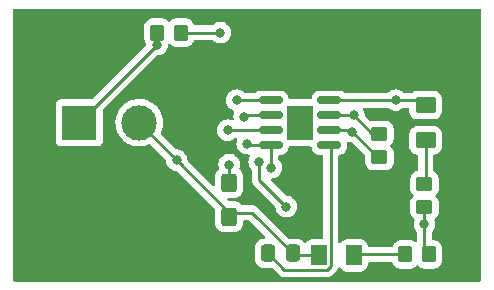
<source format=gbr>
%TF.GenerationSoftware,KiCad,Pcbnew,(6.0.10-0)*%
%TF.CreationDate,2023-02-17T12:23:12-08:00*%
%TF.ProjectId,exercise 4-2,65786572-6369-4736-9520-342d322e6b69,rev?*%
%TF.SameCoordinates,Original*%
%TF.FileFunction,Copper,L1,Top*%
%TF.FilePolarity,Positive*%
%FSLAX46Y46*%
G04 Gerber Fmt 4.6, Leading zero omitted, Abs format (unit mm)*
G04 Created by KiCad (PCBNEW (6.0.10-0)) date 2023-02-17 12:23:12*
%MOMM*%
%LPD*%
G01*
G04 APERTURE LIST*
G04 Aperture macros list*
%AMRoundRect*
0 Rectangle with rounded corners*
0 $1 Rounding radius*
0 $2 $3 $4 $5 $6 $7 $8 $9 X,Y pos of 4 corners*
0 Add a 4 corners polygon primitive as box body*
4,1,4,$2,$3,$4,$5,$6,$7,$8,$9,$2,$3,0*
0 Add four circle primitives for the rounded corners*
1,1,$1+$1,$2,$3*
1,1,$1+$1,$4,$5*
1,1,$1+$1,$6,$7*
1,1,$1+$1,$8,$9*
0 Add four rect primitives between the rounded corners*
20,1,$1+$1,$2,$3,$4,$5,0*
20,1,$1+$1,$4,$5,$6,$7,0*
20,1,$1+$1,$6,$7,$8,$9,0*
20,1,$1+$1,$8,$9,$2,$3,0*%
G04 Aperture macros list end*
%TA.AperFunction,SMDPad,CuDef*%
%ADD10RoundRect,0.250000X-0.337500X-0.475000X0.337500X-0.475000X0.337500X0.475000X-0.337500X0.475000X0*%
%TD*%
%TA.AperFunction,SMDPad,CuDef*%
%ADD11RoundRect,0.250000X0.350000X0.450000X-0.350000X0.450000X-0.350000X-0.450000X0.350000X-0.450000X0*%
%TD*%
%TA.AperFunction,SMDPad,CuDef*%
%ADD12RoundRect,0.250000X-0.350000X-0.450000X0.350000X-0.450000X0.350000X0.450000X-0.350000X0.450000X0*%
%TD*%
%TA.AperFunction,SMDPad,CuDef*%
%ADD13RoundRect,0.150000X-0.825000X-0.150000X0.825000X-0.150000X0.825000X0.150000X-0.825000X0.150000X0*%
%TD*%
%TA.AperFunction,SMDPad,CuDef*%
%ADD14R,2.290000X3.000000*%
%TD*%
%TA.AperFunction,SMDPad,CuDef*%
%ADD15RoundRect,0.250000X-0.425000X0.537500X-0.425000X-0.537500X0.425000X-0.537500X0.425000X0.537500X0*%
%TD*%
%TA.AperFunction,SMDPad,CuDef*%
%ADD16RoundRect,0.250001X-0.462499X-0.624999X0.462499X-0.624999X0.462499X0.624999X-0.462499X0.624999X0*%
%TD*%
%TA.AperFunction,SMDPad,CuDef*%
%ADD17RoundRect,0.250000X-0.450000X0.350000X-0.450000X-0.350000X0.450000X-0.350000X0.450000X0.350000X0*%
%TD*%
%TA.AperFunction,ComponentPad*%
%ADD18R,3.000000X3.000000*%
%TD*%
%TA.AperFunction,ComponentPad*%
%ADD19C,3.000000*%
%TD*%
%TA.AperFunction,SMDPad,CuDef*%
%ADD20RoundRect,0.250001X0.624999X-0.462499X0.624999X0.462499X-0.624999X0.462499X-0.624999X-0.462499X0*%
%TD*%
%TA.AperFunction,ViaPad*%
%ADD21C,0.800000*%
%TD*%
%TA.AperFunction,Conductor*%
%ADD22C,0.250000*%
%TD*%
G04 APERTURE END LIST*
D10*
%TO.P,C2,1*%
%TO.N,Net-(C2-Pad1)*%
X140448760Y-82180000D03*
%TO.P,C2,2*%
%TO.N,GND*%
X142523760Y-82180000D03*
%TD*%
D11*
%TO.P,R4,1*%
%TO.N,/pin_3*%
X154081192Y-82275000D03*
%TO.P,R4,2*%
%TO.N,Net-(D2-Pad2)*%
X152081192Y-82275000D03*
%TD*%
D12*
%TO.P,R1,1*%
%TO.N,+9V*%
X131080000Y-63500000D03*
%TO.P,R1,2*%
%TO.N,/pin_7*%
X133080000Y-63500000D03*
%TD*%
D13*
%TO.P,U1,1,GND*%
%TO.N,GND*%
X140682500Y-69215000D03*
%TO.P,U1,2,TR*%
%TO.N,/pin_2*%
X140682500Y-70485000D03*
%TO.P,U1,3,Q*%
%TO.N,/pin_3*%
X140682500Y-71755000D03*
%TO.P,U1,4,R*%
%TO.N,+9V*%
X140682500Y-73025000D03*
%TO.P,U1,5,CV*%
%TO.N,Net-(C2-Pad1)*%
X145632500Y-73025000D03*
%TO.P,U1,6,THR*%
%TO.N,/pin_2*%
X145632500Y-71755000D03*
%TO.P,U1,7,DIS*%
%TO.N,/pin_7*%
X145632500Y-70485000D03*
%TO.P,U1,8,VCC*%
%TO.N,+9V*%
X145632500Y-69215000D03*
D14*
%TO.P,U1,9*%
%TO.N,N/C*%
X143157500Y-71120000D03*
%TD*%
D15*
%TO.P,C1,1*%
%TO.N,/pin_2*%
X137160000Y-76200000D03*
%TO.P,C1,2*%
%TO.N,GND*%
X137160000Y-79075000D03*
%TD*%
D16*
%TO.P,D2,1,K*%
%TO.N,GND*%
X144727500Y-82360000D03*
%TO.P,D2,2,A*%
%TO.N,Net-(D2-Pad2)*%
X147702500Y-82360000D03*
%TD*%
D17*
%TO.P,R2,1*%
%TO.N,/pin_7*%
X149868808Y-72058808D03*
%TO.P,R2,2*%
%TO.N,/pin_2*%
X149868808Y-74058808D03*
%TD*%
D18*
%TO.P,J1,1,Pin_1*%
%TO.N,+9V*%
X124460000Y-71120000D03*
D19*
%TO.P,J1,2,Pin_2*%
%TO.N,GND*%
X129540000Y-71120000D03*
%TD*%
D20*
%TO.P,D1,1,K*%
%TO.N,Net-(D1-Pad1)*%
X153785000Y-72607500D03*
%TO.P,D1,2,A*%
%TO.N,+9V*%
X153785000Y-69632500D03*
%TD*%
D17*
%TO.P,R3,1*%
%TO.N,Net-(D1-Pad1)*%
X153690000Y-76285872D03*
%TO.P,R3,2*%
%TO.N,/pin_3*%
X153690000Y-78285872D03*
%TD*%
D21*
%TO.N,/pin_2*%
X139700000Y-74422000D03*
X141986000Y-78232000D03*
X137160000Y-74676000D03*
X138430000Y-70612000D03*
X147574000Y-71882000D03*
%TO.N,GND*%
X132715000Y-74295000D03*
X137795000Y-69215000D03*
%TO.N,+9V*%
X138684000Y-72898000D03*
X151257000Y-69215000D03*
X131064000Y-64516000D03*
X140716000Y-74930000D03*
%TO.N,/pin_7*%
X136398000Y-63500000D03*
X147701000Y-70485000D03*
%TO.N,/pin_3*%
X137033000Y-71755000D03*
X153690000Y-79736000D03*
%TD*%
D22*
%TO.N,/pin_2*%
X138557000Y-70485000D02*
X138430000Y-70612000D01*
X137160000Y-76200000D02*
X137160000Y-74676000D01*
X147574000Y-71882000D02*
X147447000Y-71755000D01*
X149750808Y-74058808D02*
X147574000Y-71882000D01*
X147447000Y-71755000D02*
X145632500Y-71755000D01*
X139700000Y-75946000D02*
X139700000Y-74422000D01*
X140682500Y-70485000D02*
X138557000Y-70485000D01*
X141986000Y-78232000D02*
X139700000Y-75946000D01*
X149868808Y-74058808D02*
X149750808Y-74058808D01*
%TO.N,GND*%
X132715000Y-74295000D02*
X137160000Y-78740000D01*
X140682500Y-69215000D02*
X137795000Y-69215000D01*
X144727500Y-82360000D02*
X142703760Y-82360000D01*
X129540000Y-71120000D02*
X132715000Y-74295000D01*
X139083760Y-78740000D02*
X142523760Y-82180000D01*
X137160000Y-78740000D02*
X139083760Y-78740000D01*
X142703760Y-82360000D02*
X142523760Y-82180000D01*
%TO.N,Net-(C2-Pad1)*%
X141828760Y-83560000D02*
X145428172Y-83560000D01*
X145428172Y-83560000D02*
X145765000Y-83223172D01*
X145765000Y-73157500D02*
X145632500Y-73025000D01*
X140448760Y-82180000D02*
X141828760Y-83560000D01*
X145765000Y-83223172D02*
X145765000Y-73157500D01*
%TO.N,Net-(D1-Pad1)*%
X153785000Y-76190872D02*
X153785000Y-72607500D01*
X153690000Y-76285872D02*
X153785000Y-76190872D01*
%TO.N,+9V*%
X131064000Y-64516000D02*
X131080000Y-64500000D01*
X124460000Y-71120000D02*
X131064000Y-64516000D01*
X153367500Y-69215000D02*
X151257000Y-69215000D01*
X140682500Y-74896500D02*
X140716000Y-74930000D01*
X138684000Y-72898000D02*
X138811000Y-73025000D01*
X153785000Y-69632500D02*
X153367500Y-69215000D01*
X131080000Y-64500000D02*
X131080000Y-63500000D01*
X140682500Y-73025000D02*
X140682500Y-74896500D01*
X151257000Y-69215000D02*
X145632500Y-69215000D01*
X140682500Y-73025000D02*
X138811000Y-73025000D01*
%TO.N,Net-(D2-Pad2)*%
X147702500Y-82360000D02*
X147787500Y-82275000D01*
X147787500Y-82275000D02*
X152081192Y-82275000D01*
%TO.N,/pin_7*%
X147701000Y-70485000D02*
X145632500Y-70485000D01*
X133080000Y-63500000D02*
X136398000Y-63500000D01*
X149274808Y-72058808D02*
X147701000Y-70485000D01*
X149868808Y-72058808D02*
X149274808Y-72058808D01*
%TO.N,/pin_3*%
X153690000Y-79736000D02*
X153690000Y-78285872D01*
X140682500Y-71755000D02*
X137033000Y-71755000D01*
X154081192Y-82275000D02*
X153690000Y-81883808D01*
X153690000Y-81883808D02*
X153690000Y-79736000D01*
%TD*%
%TA.AperFunction,NonConductor*%
G36*
X158437621Y-61488502D02*
G01*
X158484114Y-61542158D01*
X158495500Y-61594500D01*
X158495500Y-84455500D01*
X158475498Y-84523621D01*
X158421842Y-84570114D01*
X158369500Y-84581500D01*
X118998500Y-84581500D01*
X118930379Y-84561498D01*
X118883886Y-84507842D01*
X118872500Y-84455500D01*
X118872500Y-72668134D01*
X122451500Y-72668134D01*
X122458255Y-72730316D01*
X122509385Y-72866705D01*
X122596739Y-72983261D01*
X122713295Y-73070615D01*
X122849684Y-73121745D01*
X122911866Y-73128500D01*
X126008134Y-73128500D01*
X126070316Y-73121745D01*
X126206705Y-73070615D01*
X126323261Y-72983261D01*
X126410615Y-72866705D01*
X126461745Y-72730316D01*
X126468500Y-72668134D01*
X126468500Y-71098918D01*
X127526917Y-71098918D01*
X127542682Y-71372320D01*
X127543507Y-71376525D01*
X127543508Y-71376533D01*
X127559355Y-71457306D01*
X127595405Y-71641053D01*
X127596792Y-71645103D01*
X127596793Y-71645108D01*
X127659825Y-71829209D01*
X127684112Y-71900144D01*
X127807160Y-72144799D01*
X127809586Y-72148328D01*
X127809589Y-72148334D01*
X127959843Y-72366953D01*
X127962274Y-72370490D01*
X128146582Y-72573043D01*
X128356675Y-72748707D01*
X128360316Y-72750991D01*
X128585024Y-72891951D01*
X128585028Y-72891953D01*
X128588664Y-72894234D01*
X128699539Y-72944296D01*
X128834345Y-73005164D01*
X128834349Y-73005166D01*
X128838257Y-73006930D01*
X128842377Y-73008150D01*
X128842376Y-73008150D01*
X129096723Y-73083491D01*
X129096727Y-73083492D01*
X129100836Y-73084709D01*
X129105070Y-73085357D01*
X129105075Y-73085358D01*
X129367298Y-73125483D01*
X129367300Y-73125483D01*
X129371540Y-73126132D01*
X129510912Y-73128322D01*
X129641071Y-73130367D01*
X129641077Y-73130367D01*
X129645362Y-73130434D01*
X129917235Y-73097534D01*
X130182127Y-73028041D01*
X130365984Y-72951885D01*
X130436571Y-72944296D01*
X130503295Y-72979199D01*
X131767878Y-74243783D01*
X131801904Y-74306095D01*
X131804093Y-74319708D01*
X131818417Y-74455991D01*
X131821458Y-74484928D01*
X131880473Y-74666556D01*
X131883776Y-74672278D01*
X131883777Y-74672279D01*
X131889716Y-74682565D01*
X131975960Y-74831944D01*
X131980378Y-74836851D01*
X131980379Y-74836852D01*
X132026729Y-74888329D01*
X132103747Y-74973866D01*
X132178026Y-75027833D01*
X132227836Y-75064022D01*
X132258248Y-75086118D01*
X132264276Y-75088802D01*
X132264278Y-75088803D01*
X132426681Y-75161109D01*
X132432712Y-75163794D01*
X132522970Y-75182979D01*
X132613056Y-75202128D01*
X132613061Y-75202128D01*
X132619513Y-75203500D01*
X132675406Y-75203500D01*
X132743527Y-75223502D01*
X132764501Y-75240405D01*
X135939595Y-78415499D01*
X135973621Y-78477811D01*
X135976500Y-78504594D01*
X135976500Y-79662900D01*
X135976837Y-79666146D01*
X135976837Y-79666150D01*
X135984766Y-79742565D01*
X135987474Y-79768666D01*
X136043450Y-79936446D01*
X136136522Y-80086848D01*
X136261697Y-80211805D01*
X136267927Y-80215645D01*
X136267928Y-80215646D01*
X136405090Y-80300194D01*
X136412262Y-80304615D01*
X136492005Y-80331064D01*
X136573611Y-80358132D01*
X136573613Y-80358132D01*
X136580139Y-80360297D01*
X136586975Y-80360997D01*
X136586978Y-80360998D01*
X136630031Y-80365409D01*
X136684600Y-80371000D01*
X137635400Y-80371000D01*
X137638646Y-80370663D01*
X137638650Y-80370663D01*
X137734308Y-80360738D01*
X137734312Y-80360737D01*
X137741166Y-80360026D01*
X137747702Y-80357845D01*
X137747704Y-80357845D01*
X137879806Y-80313772D01*
X137908946Y-80304050D01*
X138059348Y-80210978D01*
X138184305Y-80085803D01*
X138277115Y-79935238D01*
X138332797Y-79767361D01*
X138343500Y-79662900D01*
X138343500Y-79499500D01*
X138363502Y-79431379D01*
X138417158Y-79384886D01*
X138469500Y-79373500D01*
X138769166Y-79373500D01*
X138837287Y-79393502D01*
X138858261Y-79410405D01*
X140179261Y-80731405D01*
X140213287Y-80793717D01*
X140208222Y-80864532D01*
X140165675Y-80921368D01*
X140099155Y-80946179D01*
X140090166Y-80946500D01*
X140060860Y-80946500D01*
X140057614Y-80946837D01*
X140057610Y-80946837D01*
X139961952Y-80956762D01*
X139961948Y-80956763D01*
X139955094Y-80957474D01*
X139948558Y-80959655D01*
X139948556Y-80959655D01*
X139816454Y-81003728D01*
X139787314Y-81013450D01*
X139636912Y-81106522D01*
X139511955Y-81231697D01*
X139508115Y-81237927D01*
X139508114Y-81237928D01*
X139437986Y-81351697D01*
X139419145Y-81382262D01*
X139363463Y-81550139D01*
X139352760Y-81654600D01*
X139352760Y-82705400D01*
X139353097Y-82708646D01*
X139353097Y-82708650D01*
X139360355Y-82778598D01*
X139363734Y-82811166D01*
X139365915Y-82817702D01*
X139365915Y-82817704D01*
X139409988Y-82949806D01*
X139419710Y-82978946D01*
X139512782Y-83129348D01*
X139637957Y-83254305D01*
X139644187Y-83258145D01*
X139644188Y-83258146D01*
X139757749Y-83328146D01*
X139788522Y-83347115D01*
X139868265Y-83373564D01*
X139949871Y-83400632D01*
X139949873Y-83400632D01*
X139956399Y-83402797D01*
X139963235Y-83403497D01*
X139963238Y-83403498D01*
X140006291Y-83407909D01*
X140060860Y-83413500D01*
X140734166Y-83413500D01*
X140802287Y-83433502D01*
X140823261Y-83450405D01*
X141325103Y-83952247D01*
X141332647Y-83960537D01*
X141336760Y-83967018D01*
X141342537Y-83972443D01*
X141386427Y-84013658D01*
X141389269Y-84016413D01*
X141408991Y-84036135D01*
X141412133Y-84038572D01*
X141412193Y-84038619D01*
X141421205Y-84046317D01*
X141434640Y-84058933D01*
X141453439Y-84076586D01*
X141460382Y-84080403D01*
X141471191Y-84086345D01*
X141487713Y-84097198D01*
X141503719Y-84109614D01*
X141510997Y-84112764D01*
X141510998Y-84112764D01*
X141544297Y-84127174D01*
X141554947Y-84132391D01*
X141593700Y-84153695D01*
X141601375Y-84155666D01*
X141601376Y-84155666D01*
X141613322Y-84158733D01*
X141632027Y-84165137D01*
X141650615Y-84173181D01*
X141658438Y-84174420D01*
X141658448Y-84174423D01*
X141694284Y-84180099D01*
X141705904Y-84182505D01*
X141737719Y-84190673D01*
X141748730Y-84193500D01*
X141768984Y-84193500D01*
X141788694Y-84195051D01*
X141808703Y-84198220D01*
X141816595Y-84197474D01*
X141835340Y-84195702D01*
X141852722Y-84194059D01*
X141864579Y-84193500D01*
X145349405Y-84193500D01*
X145360588Y-84194027D01*
X145368081Y-84195702D01*
X145376007Y-84195453D01*
X145376008Y-84195453D01*
X145436158Y-84193562D01*
X145440117Y-84193500D01*
X145468028Y-84193500D01*
X145471963Y-84193003D01*
X145472028Y-84192995D01*
X145483865Y-84192062D01*
X145516123Y-84191048D01*
X145520142Y-84190922D01*
X145528061Y-84190673D01*
X145547515Y-84185021D01*
X145566872Y-84181013D01*
X145579102Y-84179468D01*
X145579103Y-84179468D01*
X145586969Y-84178474D01*
X145594340Y-84175555D01*
X145594342Y-84175555D01*
X145628084Y-84162196D01*
X145639314Y-84158351D01*
X145674155Y-84148229D01*
X145674156Y-84148229D01*
X145681765Y-84146018D01*
X145688584Y-84141985D01*
X145688589Y-84141983D01*
X145699200Y-84135707D01*
X145716948Y-84127012D01*
X145735789Y-84119552D01*
X145771559Y-84093564D01*
X145781479Y-84087048D01*
X145808342Y-84071161D01*
X145819534Y-84064542D01*
X145825141Y-84058936D01*
X145833857Y-84050220D01*
X145848891Y-84037379D01*
X145858867Y-84030131D01*
X145858868Y-84030130D01*
X145865279Y-84025472D01*
X145893460Y-83991407D01*
X145901450Y-83982626D01*
X146157258Y-83726819D01*
X146165537Y-83719285D01*
X146172018Y-83715172D01*
X146218645Y-83665519D01*
X146221399Y-83662678D01*
X146241135Y-83642942D01*
X146243615Y-83639745D01*
X146251320Y-83630723D01*
X146276159Y-83604272D01*
X146281586Y-83598493D01*
X146285405Y-83591547D01*
X146285407Y-83591544D01*
X146291348Y-83580738D01*
X146302199Y-83564219D01*
X146309758Y-83554473D01*
X146314614Y-83548213D01*
X146317759Y-83540944D01*
X146317762Y-83540940D01*
X146332174Y-83507635D01*
X146337391Y-83496985D01*
X146358695Y-83458232D01*
X146363733Y-83438609D01*
X146370137Y-83419905D01*
X146370348Y-83419419D01*
X146375954Y-83406464D01*
X146421364Y-83351891D01*
X146489071Y-83330531D01*
X146557578Y-83349167D01*
X146598732Y-83390200D01*
X146641522Y-83459348D01*
X146766697Y-83584305D01*
X146772927Y-83588145D01*
X146772928Y-83588146D01*
X146910090Y-83672694D01*
X146917262Y-83677115D01*
X146997005Y-83703564D01*
X147078611Y-83730632D01*
X147078613Y-83730632D01*
X147085139Y-83732797D01*
X147091975Y-83733497D01*
X147091978Y-83733498D01*
X147135031Y-83737909D01*
X147189600Y-83743500D01*
X148215400Y-83743500D01*
X148218646Y-83743163D01*
X148218650Y-83743163D01*
X148314307Y-83733238D01*
X148314311Y-83733237D01*
X148321165Y-83732526D01*
X148327701Y-83730345D01*
X148327703Y-83730345D01*
X148459805Y-83686272D01*
X148488945Y-83676550D01*
X148639348Y-83583478D01*
X148668303Y-83554473D01*
X148759134Y-83463483D01*
X148764305Y-83458303D01*
X148769080Y-83450556D01*
X148853275Y-83313968D01*
X148853276Y-83313966D01*
X148857115Y-83307738D01*
X148895132Y-83193120D01*
X148910632Y-83146389D01*
X148910632Y-83146387D01*
X148912797Y-83139861D01*
X148923500Y-83035400D01*
X148923500Y-83032181D01*
X148923664Y-83028972D01*
X148925102Y-83029045D01*
X148943502Y-82966379D01*
X148997158Y-82919886D01*
X149049500Y-82908500D01*
X150901995Y-82908500D01*
X150970116Y-82928502D01*
X151016609Y-82982158D01*
X151021518Y-82994623D01*
X151036190Y-83038598D01*
X151039642Y-83048946D01*
X151132714Y-83199348D01*
X151257889Y-83324305D01*
X151264119Y-83328145D01*
X151264120Y-83328146D01*
X151401282Y-83412694D01*
X151408454Y-83417115D01*
X151457860Y-83433502D01*
X151569803Y-83470632D01*
X151569805Y-83470632D01*
X151576331Y-83472797D01*
X151583167Y-83473497D01*
X151583170Y-83473498D01*
X151626223Y-83477909D01*
X151680792Y-83483500D01*
X152481592Y-83483500D01*
X152484838Y-83483163D01*
X152484842Y-83483163D01*
X152580500Y-83473238D01*
X152580504Y-83473237D01*
X152587358Y-83472526D01*
X152593894Y-83470345D01*
X152593896Y-83470345D01*
X152745082Y-83419905D01*
X152755138Y-83416550D01*
X152905540Y-83323478D01*
X152991976Y-83236891D01*
X153054258Y-83202812D01*
X153125078Y-83207815D01*
X153170167Y-83236736D01*
X153234334Y-83300791D01*
X153257889Y-83324305D01*
X153264119Y-83328145D01*
X153264120Y-83328146D01*
X153401282Y-83412694D01*
X153408454Y-83417115D01*
X153457860Y-83433502D01*
X153569803Y-83470632D01*
X153569805Y-83470632D01*
X153576331Y-83472797D01*
X153583167Y-83473497D01*
X153583170Y-83473498D01*
X153626223Y-83477909D01*
X153680792Y-83483500D01*
X154481592Y-83483500D01*
X154484838Y-83483163D01*
X154484842Y-83483163D01*
X154580500Y-83473238D01*
X154580504Y-83473237D01*
X154587358Y-83472526D01*
X154593894Y-83470345D01*
X154593896Y-83470345D01*
X154745082Y-83419905D01*
X154755138Y-83416550D01*
X154905540Y-83323478D01*
X154928188Y-83300791D01*
X155025326Y-83203483D01*
X155030497Y-83198303D01*
X155034338Y-83192072D01*
X155119467Y-83053968D01*
X155119468Y-83053966D01*
X155123307Y-83047738D01*
X155162856Y-82928502D01*
X155176824Y-82886389D01*
X155176824Y-82886387D01*
X155178989Y-82879861D01*
X155189692Y-82775400D01*
X155189692Y-81774600D01*
X155178718Y-81668834D01*
X155175043Y-81657817D01*
X155125060Y-81508002D01*
X155122742Y-81501054D01*
X155029670Y-81350652D01*
X154904495Y-81225695D01*
X154892706Y-81218428D01*
X154760160Y-81136725D01*
X154760158Y-81136724D01*
X154753930Y-81132885D01*
X154660374Y-81101854D01*
X154592581Y-81079368D01*
X154592579Y-81079368D01*
X154586053Y-81077203D01*
X154579217Y-81076503D01*
X154579214Y-81076502D01*
X154536161Y-81072091D01*
X154481592Y-81066500D01*
X154449500Y-81066500D01*
X154381379Y-81046498D01*
X154334886Y-80992842D01*
X154323500Y-80940500D01*
X154323500Y-80438524D01*
X154343502Y-80370403D01*
X154355858Y-80354221D01*
X154429040Y-80272944D01*
X154524527Y-80107556D01*
X154583542Y-79925928D01*
X154603504Y-79736000D01*
X154583542Y-79546072D01*
X154534927Y-79396452D01*
X154532899Y-79325485D01*
X154569562Y-79264687D01*
X154588457Y-79250372D01*
X154608120Y-79238204D01*
X154614348Y-79234350D01*
X154739305Y-79109175D01*
X154743146Y-79102944D01*
X154828275Y-78964840D01*
X154828276Y-78964838D01*
X154832115Y-78958610D01*
X154887797Y-78790733D01*
X154890030Y-78768944D01*
X154898172Y-78689470D01*
X154898500Y-78686272D01*
X154898500Y-77885472D01*
X154898163Y-77882222D01*
X154888238Y-77786564D01*
X154888237Y-77786560D01*
X154887526Y-77779706D01*
X154864636Y-77711095D01*
X154833868Y-77618874D01*
X154831550Y-77611926D01*
X154738478Y-77461524D01*
X154651891Y-77375088D01*
X154617812Y-77312806D01*
X154622815Y-77241986D01*
X154651736Y-77196897D01*
X154734134Y-77114355D01*
X154739305Y-77109175D01*
X154765630Y-77066468D01*
X154828275Y-76964840D01*
X154828276Y-76964838D01*
X154832115Y-76958610D01*
X154887797Y-76790733D01*
X154898500Y-76686272D01*
X154898500Y-75885472D01*
X154893660Y-75838821D01*
X154888238Y-75786564D01*
X154888237Y-75786560D01*
X154887526Y-75779706D01*
X154867980Y-75721118D01*
X154833868Y-75618874D01*
X154831550Y-75611926D01*
X154738478Y-75461524D01*
X154613303Y-75336567D01*
X154606420Y-75332324D01*
X154478384Y-75253401D01*
X154430890Y-75200628D01*
X154418500Y-75146141D01*
X154418500Y-73946450D01*
X154438502Y-73878329D01*
X154492158Y-73831836D01*
X154531496Y-73821123D01*
X154537780Y-73820471D01*
X154559306Y-73818238D01*
X154559309Y-73818237D01*
X154566165Y-73817526D01*
X154572701Y-73815345D01*
X154572703Y-73815345D01*
X154718227Y-73766794D01*
X154733945Y-73761550D01*
X154884348Y-73668478D01*
X155009305Y-73543303D01*
X155069637Y-73445427D01*
X155098275Y-73398968D01*
X155098276Y-73398966D01*
X155102115Y-73392738D01*
X155142022Y-73272421D01*
X155155632Y-73231389D01*
X155155632Y-73231387D01*
X155157797Y-73224861D01*
X155168500Y-73120400D01*
X155168500Y-72094600D01*
X155167569Y-72085625D01*
X155158238Y-71995693D01*
X155158237Y-71995689D01*
X155157526Y-71988835D01*
X155142878Y-71944928D01*
X155103868Y-71828003D01*
X155101550Y-71821055D01*
X155008478Y-71670652D01*
X154883303Y-71545695D01*
X154877072Y-71541854D01*
X154738968Y-71456725D01*
X154738966Y-71456724D01*
X154732738Y-71452885D01*
X154572254Y-71399655D01*
X154571389Y-71399368D01*
X154571387Y-71399368D01*
X154564861Y-71397203D01*
X154558025Y-71396503D01*
X154558022Y-71396502D01*
X154512225Y-71391810D01*
X154460400Y-71386500D01*
X153109600Y-71386500D01*
X153106354Y-71386837D01*
X153106350Y-71386837D01*
X153010693Y-71396762D01*
X153010689Y-71396763D01*
X153003835Y-71397474D01*
X152997299Y-71399655D01*
X152997297Y-71399655D01*
X152904374Y-71430657D01*
X152836055Y-71453450D01*
X152685652Y-71546522D01*
X152560695Y-71671697D01*
X152467885Y-71822262D01*
X152465581Y-71829209D01*
X152429376Y-71938365D01*
X152412203Y-71990139D01*
X152401500Y-72094600D01*
X152401500Y-73120400D01*
X152401837Y-73123646D01*
X152401837Y-73123650D01*
X152407505Y-73178273D01*
X152412474Y-73226165D01*
X152414655Y-73232701D01*
X152414655Y-73232703D01*
X152453654Y-73349595D01*
X152468450Y-73393945D01*
X152561522Y-73544348D01*
X152566704Y-73549521D01*
X152599046Y-73581807D01*
X152686697Y-73669305D01*
X152692927Y-73673145D01*
X152692928Y-73673146D01*
X152830090Y-73757694D01*
X152837262Y-73762115D01*
X152857634Y-73768872D01*
X152998611Y-73815632D01*
X152998613Y-73815632D01*
X153005139Y-73817797D01*
X153011977Y-73818498D01*
X153011979Y-73818498D01*
X153038342Y-73821199D01*
X153104070Y-73848040D01*
X153144852Y-73906155D01*
X153151500Y-73946543D01*
X153151500Y-75074980D01*
X153131498Y-75143101D01*
X153077842Y-75189594D01*
X153065376Y-75194504D01*
X153047020Y-75200628D01*
X152916054Y-75244322D01*
X152765652Y-75337394D01*
X152640695Y-75462569D01*
X152547885Y-75613134D01*
X152545581Y-75620081D01*
X152512069Y-75721118D01*
X152492203Y-75781011D01*
X152481500Y-75885472D01*
X152481500Y-76686272D01*
X152481837Y-76689518D01*
X152481837Y-76689522D01*
X152491711Y-76784683D01*
X152492474Y-76792038D01*
X152548450Y-76959818D01*
X152641522Y-77110220D01*
X152646704Y-77115393D01*
X152728109Y-77196656D01*
X152762188Y-77258938D01*
X152757185Y-77329758D01*
X152728264Y-77374847D01*
X152678005Y-77425194D01*
X152640695Y-77462569D01*
X152636855Y-77468799D01*
X152636854Y-77468800D01*
X152584870Y-77553134D01*
X152547885Y-77613134D01*
X152492203Y-77781011D01*
X152491503Y-77787847D01*
X152491502Y-77787850D01*
X152487091Y-77830903D01*
X152481500Y-77885472D01*
X152481500Y-78686272D01*
X152481837Y-78689518D01*
X152481837Y-78689522D01*
X152490078Y-78768944D01*
X152492474Y-78792038D01*
X152548450Y-78959818D01*
X152641522Y-79110220D01*
X152766697Y-79235177D01*
X152772929Y-79239019D01*
X152772931Y-79239020D01*
X152791324Y-79250358D01*
X152838817Y-79303130D01*
X152850239Y-79373202D01*
X152845040Y-79396553D01*
X152796458Y-79546072D01*
X152776496Y-79736000D01*
X152796458Y-79925928D01*
X152855473Y-80107556D01*
X152950960Y-80272944D01*
X153024137Y-80354215D01*
X153054853Y-80418221D01*
X153056500Y-80438524D01*
X153056500Y-81093710D01*
X153036498Y-81161831D01*
X152982842Y-81208324D01*
X152912568Y-81218428D01*
X152864384Y-81200970D01*
X152760160Y-81136725D01*
X152760158Y-81136724D01*
X152753930Y-81132885D01*
X152660374Y-81101854D01*
X152592581Y-81079368D01*
X152592579Y-81079368D01*
X152586053Y-81077203D01*
X152579217Y-81076503D01*
X152579214Y-81076502D01*
X152536161Y-81072091D01*
X152481592Y-81066500D01*
X151680792Y-81066500D01*
X151677546Y-81066837D01*
X151677542Y-81066837D01*
X151581884Y-81076762D01*
X151581880Y-81076763D01*
X151575026Y-81077474D01*
X151568490Y-81079655D01*
X151568488Y-81079655D01*
X151436386Y-81123728D01*
X151407246Y-81133450D01*
X151256844Y-81226522D01*
X151251671Y-81231704D01*
X151190031Y-81293451D01*
X151131887Y-81351697D01*
X151128047Y-81357927D01*
X151128046Y-81357928D01*
X151116887Y-81376032D01*
X151039077Y-81502262D01*
X151025362Y-81543611D01*
X151021529Y-81555168D01*
X150981098Y-81613527D01*
X150915534Y-81640764D01*
X150901936Y-81641500D01*
X149024223Y-81641500D01*
X148956102Y-81621498D01*
X148909609Y-81567842D01*
X148904699Y-81555376D01*
X148884901Y-81496032D01*
X148856550Y-81411055D01*
X148763478Y-81260652D01*
X148734480Y-81231704D01*
X148643483Y-81140866D01*
X148638303Y-81135695D01*
X148632072Y-81131854D01*
X148493968Y-81046725D01*
X148493966Y-81046724D01*
X148487738Y-81042885D01*
X148390344Y-81010581D01*
X148326389Y-80989368D01*
X148326387Y-80989368D01*
X148319861Y-80987203D01*
X148313025Y-80986503D01*
X148313022Y-80986502D01*
X148269969Y-80982091D01*
X148215400Y-80976500D01*
X147189600Y-80976500D01*
X147186354Y-80976837D01*
X147186350Y-80976837D01*
X147090693Y-80986762D01*
X147090689Y-80986763D01*
X147083835Y-80987474D01*
X147077299Y-80989655D01*
X147077297Y-80989655D01*
X146996159Y-81016725D01*
X146916055Y-81043450D01*
X146765652Y-81136522D01*
X146640695Y-81261697D01*
X146636853Y-81267929D01*
X146636852Y-81267931D01*
X146631759Y-81276193D01*
X146578987Y-81323686D01*
X146508915Y-81335108D01*
X146443792Y-81306834D01*
X146404292Y-81247840D01*
X146398500Y-81210076D01*
X146398500Y-73959480D01*
X146418502Y-73891359D01*
X146472158Y-73844866D01*
X146519565Y-73833577D01*
X146521530Y-73833500D01*
X146524002Y-73833500D01*
X146526453Y-73833307D01*
X146526455Y-73833307D01*
X146554921Y-73831067D01*
X146554926Y-73831066D01*
X146561331Y-73830562D01*
X146661269Y-73801528D01*
X146713488Y-73786357D01*
X146713490Y-73786356D01*
X146721101Y-73784145D01*
X146790447Y-73743134D01*
X146857480Y-73703491D01*
X146857483Y-73703489D01*
X146864307Y-73699453D01*
X146981953Y-73581807D01*
X146985989Y-73574983D01*
X146985991Y-73574980D01*
X147062608Y-73445427D01*
X147066645Y-73438601D01*
X147113062Y-73278831D01*
X147116000Y-73241502D01*
X147116000Y-72866400D01*
X147136002Y-72798279D01*
X147189658Y-72751786D01*
X147259932Y-72741682D01*
X147280939Y-72746568D01*
X147285681Y-72748109D01*
X147291712Y-72750794D01*
X147298168Y-72752166D01*
X147298167Y-72752166D01*
X147472056Y-72789128D01*
X147472061Y-72789128D01*
X147478513Y-72790500D01*
X147534406Y-72790500D01*
X147602527Y-72810502D01*
X147623501Y-72827405D01*
X148623403Y-73827307D01*
X148657429Y-73889619D01*
X148660308Y-73916402D01*
X148660308Y-74459208D01*
X148660645Y-74462454D01*
X148660645Y-74462458D01*
X148670011Y-74552721D01*
X148671282Y-74564974D01*
X148673463Y-74571510D01*
X148673463Y-74571512D01*
X148706133Y-74669435D01*
X148727258Y-74732754D01*
X148820330Y-74883156D01*
X148945505Y-75008113D01*
X148951735Y-75011953D01*
X148951736Y-75011954D01*
X149088898Y-75096502D01*
X149096070Y-75100923D01*
X149133582Y-75113365D01*
X149257419Y-75154440D01*
X149257421Y-75154440D01*
X149263947Y-75156605D01*
X149270783Y-75157305D01*
X149270786Y-75157306D01*
X149307906Y-75161109D01*
X149368408Y-75167308D01*
X150369208Y-75167308D01*
X150372454Y-75166971D01*
X150372458Y-75166971D01*
X150468116Y-75157046D01*
X150468120Y-75157045D01*
X150474974Y-75156334D01*
X150481510Y-75154153D01*
X150481512Y-75154153D01*
X150631175Y-75104221D01*
X150642754Y-75100358D01*
X150793156Y-75007286D01*
X150918113Y-74882111D01*
X150924214Y-74872214D01*
X151007083Y-74737776D01*
X151007084Y-74737774D01*
X151010923Y-74731546D01*
X151066605Y-74563669D01*
X151077308Y-74459208D01*
X151077308Y-73658408D01*
X151076971Y-73655158D01*
X151067046Y-73559500D01*
X151067045Y-73559496D01*
X151066334Y-73552642D01*
X151063219Y-73543303D01*
X151012676Y-73391810D01*
X151010358Y-73384862D01*
X150917286Y-73234460D01*
X150830699Y-73148024D01*
X150796620Y-73085742D01*
X150801623Y-73014922D01*
X150830544Y-72969833D01*
X150912942Y-72887291D01*
X150918113Y-72882111D01*
X150923180Y-72873891D01*
X151007083Y-72737776D01*
X151007084Y-72737774D01*
X151010923Y-72731546D01*
X151040283Y-72643029D01*
X151064440Y-72570197D01*
X151064440Y-72570195D01*
X151066605Y-72563669D01*
X151077308Y-72459208D01*
X151077308Y-71658408D01*
X151075928Y-71645108D01*
X151067046Y-71559500D01*
X151067045Y-71559496D01*
X151066334Y-71552642D01*
X151064017Y-71545695D01*
X151012676Y-71391810D01*
X151010358Y-71384862D01*
X150917286Y-71234460D01*
X150792111Y-71109503D01*
X150785880Y-71105662D01*
X150647776Y-71020533D01*
X150647774Y-71020532D01*
X150641546Y-71016693D01*
X150550845Y-70986609D01*
X150480197Y-70963176D01*
X150480195Y-70963176D01*
X150473669Y-70961011D01*
X150466833Y-70960311D01*
X150466830Y-70960310D01*
X150423777Y-70955899D01*
X150369208Y-70950308D01*
X149368408Y-70950308D01*
X149365162Y-70950645D01*
X149365158Y-70950645D01*
X149269500Y-70960570D01*
X149269496Y-70960571D01*
X149262642Y-70961282D01*
X149256108Y-70963462D01*
X149256103Y-70963463D01*
X149194472Y-70984025D01*
X149123522Y-70986609D01*
X149065501Y-70953596D01*
X148648122Y-70536217D01*
X148614096Y-70473905D01*
X148611907Y-70460292D01*
X148595232Y-70301635D01*
X148595232Y-70301633D01*
X148594542Y-70295072D01*
X148535527Y-70113444D01*
X148516861Y-70081113D01*
X148491681Y-70037500D01*
X148474943Y-69968504D01*
X148498164Y-69901413D01*
X148553971Y-69857526D01*
X148600800Y-69848500D01*
X150548800Y-69848500D01*
X150616921Y-69868502D01*
X150636147Y-69884843D01*
X150636420Y-69884540D01*
X150641332Y-69888963D01*
X150645747Y-69893866D01*
X150800248Y-70006118D01*
X150806276Y-70008802D01*
X150806278Y-70008803D01*
X150968681Y-70081109D01*
X150974712Y-70083794D01*
X151068112Y-70103647D01*
X151155056Y-70122128D01*
X151155061Y-70122128D01*
X151161513Y-70123500D01*
X151352487Y-70123500D01*
X151358939Y-70122128D01*
X151358944Y-70122128D01*
X151445888Y-70103647D01*
X151539288Y-70083794D01*
X151545319Y-70081109D01*
X151707722Y-70008803D01*
X151707724Y-70008802D01*
X151713752Y-70006118D01*
X151868253Y-69893866D01*
X151872668Y-69888963D01*
X151877580Y-69884540D01*
X151878705Y-69885789D01*
X151932014Y-69852949D01*
X151965200Y-69848500D01*
X152275500Y-69848500D01*
X152343621Y-69868502D01*
X152390114Y-69922158D01*
X152401500Y-69974500D01*
X152401500Y-70145400D01*
X152401837Y-70148646D01*
X152401837Y-70148650D01*
X152411362Y-70240444D01*
X152412474Y-70251165D01*
X152414655Y-70257701D01*
X152414655Y-70257703D01*
X152458728Y-70389805D01*
X152468450Y-70418945D01*
X152561522Y-70569348D01*
X152686697Y-70694305D01*
X152692927Y-70698145D01*
X152692928Y-70698146D01*
X152830090Y-70782694D01*
X152837262Y-70787115D01*
X152881922Y-70801928D01*
X152998611Y-70840632D01*
X152998613Y-70840632D01*
X153005139Y-70842797D01*
X153011975Y-70843497D01*
X153011978Y-70843498D01*
X153043993Y-70846778D01*
X153109600Y-70853500D01*
X154460400Y-70853500D01*
X154463646Y-70853163D01*
X154463650Y-70853163D01*
X154559307Y-70843238D01*
X154559311Y-70843237D01*
X154566165Y-70842526D01*
X154572701Y-70840345D01*
X154572703Y-70840345D01*
X154704805Y-70796272D01*
X154733945Y-70786550D01*
X154884348Y-70693478D01*
X155009305Y-70568303D01*
X155102115Y-70417738D01*
X155128564Y-70337995D01*
X155155632Y-70256389D01*
X155155632Y-70256387D01*
X155157797Y-70249861D01*
X155168500Y-70145400D01*
X155168500Y-69119600D01*
X155168163Y-69116350D01*
X155158238Y-69020693D01*
X155158237Y-69020689D01*
X155157526Y-69013835D01*
X155137895Y-68954992D01*
X155103868Y-68853003D01*
X155101550Y-68846055D01*
X155008478Y-68695652D01*
X154883303Y-68570695D01*
X154843494Y-68546156D01*
X154738968Y-68481725D01*
X154738966Y-68481724D01*
X154732738Y-68477885D01*
X154652995Y-68451436D01*
X154571389Y-68424368D01*
X154571387Y-68424368D01*
X154564861Y-68422203D01*
X154558025Y-68421503D01*
X154558022Y-68421502D01*
X154514969Y-68417091D01*
X154460400Y-68411500D01*
X153109600Y-68411500D01*
X153106354Y-68411837D01*
X153106350Y-68411837D01*
X153010693Y-68421762D01*
X153010689Y-68421763D01*
X153003835Y-68422474D01*
X152997299Y-68424655D01*
X152997297Y-68424655D01*
X152910410Y-68453643D01*
X152836055Y-68478450D01*
X152718798Y-68551011D01*
X152699999Y-68562644D01*
X152633696Y-68581500D01*
X151965200Y-68581500D01*
X151897079Y-68561498D01*
X151877853Y-68545157D01*
X151877580Y-68545460D01*
X151872668Y-68541037D01*
X151868253Y-68536134D01*
X151846671Y-68520454D01*
X151719094Y-68427763D01*
X151719093Y-68427762D01*
X151713752Y-68423882D01*
X151707724Y-68421198D01*
X151707722Y-68421197D01*
X151545319Y-68348891D01*
X151545318Y-68348891D01*
X151539288Y-68346206D01*
X151445888Y-68326353D01*
X151358944Y-68307872D01*
X151358939Y-68307872D01*
X151352487Y-68306500D01*
X151161513Y-68306500D01*
X151155061Y-68307872D01*
X151155056Y-68307872D01*
X151068112Y-68326353D01*
X150974712Y-68346206D01*
X150968682Y-68348891D01*
X150968681Y-68348891D01*
X150806278Y-68421197D01*
X150806276Y-68421198D01*
X150800248Y-68423882D01*
X150794907Y-68427762D01*
X150794906Y-68427763D01*
X150667329Y-68520454D01*
X150645747Y-68536134D01*
X150641332Y-68541037D01*
X150636420Y-68545460D01*
X150635295Y-68544211D01*
X150581986Y-68577051D01*
X150548800Y-68581500D01*
X146957450Y-68581500D01*
X146889329Y-68561498D01*
X146876229Y-68550941D01*
X146876175Y-68551011D01*
X146869915Y-68546155D01*
X146864307Y-68540547D01*
X146857483Y-68536511D01*
X146857480Y-68536509D01*
X146727927Y-68459892D01*
X146727928Y-68459892D01*
X146721101Y-68455855D01*
X146713490Y-68453644D01*
X146713488Y-68453643D01*
X146661269Y-68438472D01*
X146561331Y-68409438D01*
X146554926Y-68408934D01*
X146554921Y-68408933D01*
X146526458Y-68406693D01*
X146526450Y-68406693D01*
X146524002Y-68406500D01*
X144740998Y-68406500D01*
X144738550Y-68406693D01*
X144738542Y-68406693D01*
X144710079Y-68408933D01*
X144710074Y-68408934D01*
X144703669Y-68409438D01*
X144603731Y-68438472D01*
X144551512Y-68453643D01*
X144551510Y-68453644D01*
X144543899Y-68455855D01*
X144537072Y-68459892D01*
X144537073Y-68459892D01*
X144407520Y-68536509D01*
X144407517Y-68536511D01*
X144400693Y-68540547D01*
X144283047Y-68658193D01*
X144279011Y-68665017D01*
X144279009Y-68665020D01*
X144215393Y-68772589D01*
X144198355Y-68801399D01*
X144196144Y-68809010D01*
X144196143Y-68809012D01*
X144187192Y-68839824D01*
X144151938Y-68961169D01*
X144151434Y-68967574D01*
X144151433Y-68967579D01*
X144149245Y-68995386D01*
X144123959Y-69061727D01*
X144066821Y-69103867D01*
X144023633Y-69111500D01*
X142291367Y-69111500D01*
X142223246Y-69091498D01*
X142176753Y-69037842D01*
X142165755Y-68995386D01*
X142163567Y-68967579D01*
X142163566Y-68967574D01*
X142163062Y-68961169D01*
X142127808Y-68839824D01*
X142118857Y-68809012D01*
X142118856Y-68809010D01*
X142116645Y-68801399D01*
X142099607Y-68772589D01*
X142035991Y-68665020D01*
X142035989Y-68665017D01*
X142031953Y-68658193D01*
X141914307Y-68540547D01*
X141907483Y-68536511D01*
X141907480Y-68536509D01*
X141777927Y-68459892D01*
X141777928Y-68459892D01*
X141771101Y-68455855D01*
X141763490Y-68453644D01*
X141763488Y-68453643D01*
X141711269Y-68438472D01*
X141611331Y-68409438D01*
X141604926Y-68408934D01*
X141604921Y-68408933D01*
X141576458Y-68406693D01*
X141576450Y-68406693D01*
X141574002Y-68406500D01*
X139790998Y-68406500D01*
X139788550Y-68406693D01*
X139788542Y-68406693D01*
X139760079Y-68408933D01*
X139760074Y-68408934D01*
X139753669Y-68409438D01*
X139653731Y-68438472D01*
X139601512Y-68453643D01*
X139601510Y-68453644D01*
X139593899Y-68455855D01*
X139587072Y-68459892D01*
X139587073Y-68459892D01*
X139457520Y-68536509D01*
X139457517Y-68536511D01*
X139450693Y-68540547D01*
X139445085Y-68546155D01*
X139438825Y-68551011D01*
X139437656Y-68549504D01*
X139384333Y-68578621D01*
X139357550Y-68581500D01*
X138503200Y-68581500D01*
X138435079Y-68561498D01*
X138415853Y-68545157D01*
X138415580Y-68545460D01*
X138410668Y-68541037D01*
X138406253Y-68536134D01*
X138384671Y-68520454D01*
X138257094Y-68427763D01*
X138257093Y-68427762D01*
X138251752Y-68423882D01*
X138245724Y-68421198D01*
X138245722Y-68421197D01*
X138083319Y-68348891D01*
X138083318Y-68348891D01*
X138077288Y-68346206D01*
X137983888Y-68326353D01*
X137896944Y-68307872D01*
X137896939Y-68307872D01*
X137890487Y-68306500D01*
X137699513Y-68306500D01*
X137693061Y-68307872D01*
X137693056Y-68307872D01*
X137606112Y-68326353D01*
X137512712Y-68346206D01*
X137506682Y-68348891D01*
X137506681Y-68348891D01*
X137344278Y-68421197D01*
X137344276Y-68421198D01*
X137338248Y-68423882D01*
X137183747Y-68536134D01*
X137179326Y-68541044D01*
X137179325Y-68541045D01*
X137067698Y-68665020D01*
X137055960Y-68678056D01*
X136960473Y-68843444D01*
X136901458Y-69025072D01*
X136900768Y-69031633D01*
X136900768Y-69031635D01*
X136888752Y-69145965D01*
X136881496Y-69215000D01*
X136882186Y-69221565D01*
X136893010Y-69324546D01*
X136901458Y-69404928D01*
X136960473Y-69586556D01*
X136963776Y-69592278D01*
X136963777Y-69592279D01*
X136992022Y-69641200D01*
X137055960Y-69751944D01*
X137060378Y-69756851D01*
X137060379Y-69756852D01*
X137146905Y-69852949D01*
X137183747Y-69893866D01*
X137338248Y-70006118D01*
X137344276Y-70008802D01*
X137344278Y-70008803D01*
X137506689Y-70081113D01*
X137506694Y-70081115D01*
X137512712Y-70083794D01*
X137515224Y-70084328D01*
X137572597Y-70123562D01*
X137600231Y-70188960D01*
X137594885Y-70242253D01*
X137590292Y-70256389D01*
X137536458Y-70422072D01*
X137516496Y-70612000D01*
X137533797Y-70776607D01*
X137521025Y-70846444D01*
X137472523Y-70898290D01*
X137403690Y-70915685D01*
X137357239Y-70904883D01*
X137321323Y-70888892D01*
X137321315Y-70888889D01*
X137315288Y-70886206D01*
X137221888Y-70866353D01*
X137134944Y-70847872D01*
X137134939Y-70847872D01*
X137128487Y-70846500D01*
X136937513Y-70846500D01*
X136931061Y-70847872D01*
X136931056Y-70847872D01*
X136844112Y-70866353D01*
X136750712Y-70886206D01*
X136744682Y-70888891D01*
X136744681Y-70888891D01*
X136582278Y-70961197D01*
X136582276Y-70961198D01*
X136576248Y-70963882D01*
X136570907Y-70967762D01*
X136570906Y-70967763D01*
X136544967Y-70986609D01*
X136421747Y-71076134D01*
X136417326Y-71081044D01*
X136417325Y-71081045D01*
X136342068Y-71164627D01*
X136293960Y-71218056D01*
X136198473Y-71383444D01*
X136139458Y-71565072D01*
X136138768Y-71571633D01*
X136138768Y-71571635D01*
X136125079Y-71701877D01*
X136119496Y-71755000D01*
X136139458Y-71944928D01*
X136198473Y-72126556D01*
X136201776Y-72132278D01*
X136201777Y-72132279D01*
X136235686Y-72191010D01*
X136293960Y-72291944D01*
X136421747Y-72433866D01*
X136576248Y-72546118D01*
X136582276Y-72548802D01*
X136582278Y-72548803D01*
X136649855Y-72578890D01*
X136750712Y-72623794D01*
X136841205Y-72643029D01*
X136931056Y-72662128D01*
X136931061Y-72662128D01*
X136937513Y-72663500D01*
X137128487Y-72663500D01*
X137134939Y-72662128D01*
X137134944Y-72662128D01*
X137224795Y-72643029D01*
X137315288Y-72623794D01*
X137416145Y-72578890D01*
X137483722Y-72548803D01*
X137483724Y-72548802D01*
X137489752Y-72546118D01*
X137638539Y-72438018D01*
X137705405Y-72414160D01*
X137774557Y-72430240D01*
X137824037Y-72481154D01*
X137838137Y-72550736D01*
X137832432Y-72578890D01*
X137790458Y-72708072D01*
X137789768Y-72714633D01*
X137789768Y-72714635D01*
X137780977Y-72798279D01*
X137770496Y-72898000D01*
X137771186Y-72904565D01*
X137788970Y-73073767D01*
X137790458Y-73087928D01*
X137849473Y-73269556D01*
X137944960Y-73434944D01*
X137949378Y-73439851D01*
X137949379Y-73439852D01*
X138068325Y-73571955D01*
X138072747Y-73576866D01*
X138079548Y-73581807D01*
X138205265Y-73673146D01*
X138227248Y-73689118D01*
X138233276Y-73691802D01*
X138233278Y-73691803D01*
X138394929Y-73763774D01*
X138401712Y-73766794D01*
X138483342Y-73784145D01*
X138582056Y-73805128D01*
X138582061Y-73805128D01*
X138588513Y-73806500D01*
X138779487Y-73806500D01*
X138779487Y-73806965D01*
X138845300Y-73819002D01*
X138897146Y-73867504D01*
X138914540Y-73936337D01*
X138897750Y-73994538D01*
X138865473Y-74050444D01*
X138806458Y-74232072D01*
X138805768Y-74238633D01*
X138805768Y-74238635D01*
X138802441Y-74270292D01*
X138786496Y-74422000D01*
X138806458Y-74611928D01*
X138865473Y-74793556D01*
X138960960Y-74958944D01*
X139034137Y-75040215D01*
X139064853Y-75104221D01*
X139066500Y-75124524D01*
X139066500Y-75867233D01*
X139065973Y-75878416D01*
X139064298Y-75885909D01*
X139064547Y-75893835D01*
X139064547Y-75893836D01*
X139066438Y-75953986D01*
X139066500Y-75957945D01*
X139066500Y-75985856D01*
X139066997Y-75989790D01*
X139066997Y-75989791D01*
X139067005Y-75989856D01*
X139067938Y-76001693D01*
X139069327Y-76045889D01*
X139071566Y-76053595D01*
X139074978Y-76065339D01*
X139078987Y-76084700D01*
X139081526Y-76104797D01*
X139084445Y-76112168D01*
X139084445Y-76112170D01*
X139097804Y-76145912D01*
X139101649Y-76157142D01*
X139113982Y-76199593D01*
X139118015Y-76206412D01*
X139118017Y-76206417D01*
X139124293Y-76217028D01*
X139132988Y-76234776D01*
X139140448Y-76253617D01*
X139145110Y-76260033D01*
X139145110Y-76260034D01*
X139166436Y-76289387D01*
X139172952Y-76299307D01*
X139195458Y-76337362D01*
X139209779Y-76351683D01*
X139222619Y-76366716D01*
X139234528Y-76383107D01*
X139240634Y-76388158D01*
X139268605Y-76411298D01*
X139277384Y-76419288D01*
X141038878Y-78180782D01*
X141072904Y-78243094D01*
X141075092Y-78256703D01*
X141092458Y-78421928D01*
X141151473Y-78603556D01*
X141246960Y-78768944D01*
X141374747Y-78910866D01*
X141529248Y-79023118D01*
X141535276Y-79025802D01*
X141535278Y-79025803D01*
X141697681Y-79098109D01*
X141703712Y-79100794D01*
X141772395Y-79115393D01*
X141884056Y-79139128D01*
X141884061Y-79139128D01*
X141890513Y-79140500D01*
X142081487Y-79140500D01*
X142087939Y-79139128D01*
X142087944Y-79139128D01*
X142199605Y-79115393D01*
X142268288Y-79100794D01*
X142274319Y-79098109D01*
X142436722Y-79025803D01*
X142436724Y-79025802D01*
X142442752Y-79023118D01*
X142597253Y-78910866D01*
X142725040Y-78768944D01*
X142820527Y-78603556D01*
X142879542Y-78421928D01*
X142888891Y-78332982D01*
X142898814Y-78238565D01*
X142899504Y-78232000D01*
X142885896Y-78102526D01*
X142880232Y-78048635D01*
X142880232Y-78048633D01*
X142879542Y-78042072D01*
X142820527Y-77860444D01*
X142810503Y-77843081D01*
X142728341Y-77700774D01*
X142725040Y-77695056D01*
X142656446Y-77618874D01*
X142601675Y-77558045D01*
X142601674Y-77558044D01*
X142597253Y-77553134D01*
X142479735Y-77467752D01*
X142448094Y-77444763D01*
X142448093Y-77444762D01*
X142442752Y-77440882D01*
X142436724Y-77438198D01*
X142436722Y-77438197D01*
X142274319Y-77365891D01*
X142274318Y-77365891D01*
X142268288Y-77363206D01*
X142158323Y-77339832D01*
X142087944Y-77324872D01*
X142087939Y-77324872D01*
X142081487Y-77323500D01*
X142025595Y-77323500D01*
X141957474Y-77303498D01*
X141936500Y-77286595D01*
X140703500Y-76053595D01*
X140669474Y-75991283D01*
X140674539Y-75920468D01*
X140717086Y-75863632D01*
X140783606Y-75838821D01*
X140792595Y-75838500D01*
X140811487Y-75838500D01*
X140817939Y-75837128D01*
X140817944Y-75837128D01*
X140904888Y-75818647D01*
X140998288Y-75798794D01*
X141022869Y-75787850D01*
X141166722Y-75723803D01*
X141166724Y-75723802D01*
X141172752Y-75721118D01*
X141327253Y-75608866D01*
X141455040Y-75466944D01*
X141550527Y-75301556D01*
X141609542Y-75119928D01*
X141611298Y-75103227D01*
X141628814Y-74936565D01*
X141629504Y-74930000D01*
X141609542Y-74740072D01*
X141550527Y-74558444D01*
X141455040Y-74393056D01*
X141375254Y-74304444D01*
X141348364Y-74274580D01*
X141317646Y-74210573D01*
X141316000Y-74190270D01*
X141316000Y-73959500D01*
X141336002Y-73891379D01*
X141389658Y-73844886D01*
X141442000Y-73833500D01*
X141574002Y-73833500D01*
X141576450Y-73833307D01*
X141576458Y-73833307D01*
X141604921Y-73831067D01*
X141604926Y-73831066D01*
X141611331Y-73830562D01*
X141711269Y-73801528D01*
X141763488Y-73786357D01*
X141763490Y-73786356D01*
X141771101Y-73784145D01*
X141840447Y-73743134D01*
X141907480Y-73703491D01*
X141907483Y-73703489D01*
X141914307Y-73699453D01*
X142031953Y-73581807D01*
X142035989Y-73574983D01*
X142035991Y-73574980D01*
X142112608Y-73445427D01*
X142116645Y-73438601D01*
X142163062Y-73278831D01*
X142165755Y-73244614D01*
X142191041Y-73178273D01*
X142248179Y-73136133D01*
X142291367Y-73128500D01*
X144023633Y-73128500D01*
X144091754Y-73148502D01*
X144138247Y-73202158D01*
X144149245Y-73244614D01*
X144151938Y-73278831D01*
X144198355Y-73438601D01*
X144202392Y-73445427D01*
X144279009Y-73574980D01*
X144279011Y-73574983D01*
X144283047Y-73581807D01*
X144400693Y-73699453D01*
X144407517Y-73703489D01*
X144407520Y-73703491D01*
X144474553Y-73743134D01*
X144543899Y-73784145D01*
X144551510Y-73786356D01*
X144551512Y-73786357D01*
X144603731Y-73801528D01*
X144703669Y-73830562D01*
X144710074Y-73831066D01*
X144710079Y-73831067D01*
X144738542Y-73833307D01*
X144738550Y-73833307D01*
X144740998Y-73833500D01*
X145005500Y-73833500D01*
X145073621Y-73853502D01*
X145120114Y-73907158D01*
X145131500Y-73959500D01*
X145131500Y-80850500D01*
X145111498Y-80918621D01*
X145057842Y-80965114D01*
X145005500Y-80976500D01*
X144214600Y-80976500D01*
X144211354Y-80976837D01*
X144211350Y-80976837D01*
X144115693Y-80986762D01*
X144115689Y-80986763D01*
X144108835Y-80987474D01*
X144102299Y-80989655D01*
X144102297Y-80989655D01*
X144021159Y-81016725D01*
X143941055Y-81043450D01*
X143790652Y-81136522D01*
X143665695Y-81261697D01*
X143664149Y-81260154D01*
X143614962Y-81295021D01*
X143544039Y-81298247D01*
X143482630Y-81262617D01*
X143466862Y-81242165D01*
X143459738Y-81230652D01*
X143334563Y-81105695D01*
X143315120Y-81093710D01*
X143190228Y-81016725D01*
X143190226Y-81016724D01*
X143183998Y-81012885D01*
X143074300Y-80976500D01*
X143022649Y-80959368D01*
X143022647Y-80959368D01*
X143016121Y-80957203D01*
X143009285Y-80956503D01*
X143009282Y-80956502D01*
X142966229Y-80952091D01*
X142911660Y-80946500D01*
X142238354Y-80946500D01*
X142170233Y-80926498D01*
X142149259Y-80909595D01*
X139587412Y-78347747D01*
X139579872Y-78339461D01*
X139575760Y-78332982D01*
X139526108Y-78286356D01*
X139523267Y-78283602D01*
X139503530Y-78263865D01*
X139500333Y-78261385D01*
X139491311Y-78253680D01*
X139464860Y-78228841D01*
X139459081Y-78223414D01*
X139452135Y-78219595D01*
X139452132Y-78219593D01*
X139441326Y-78213652D01*
X139424807Y-78202801D01*
X139424343Y-78202441D01*
X139408801Y-78190386D01*
X139401532Y-78187241D01*
X139401528Y-78187238D01*
X139368223Y-78172826D01*
X139357573Y-78167609D01*
X139318820Y-78146305D01*
X139299197Y-78141267D01*
X139280494Y-78134863D01*
X139269180Y-78129967D01*
X139269179Y-78129967D01*
X139261905Y-78126819D01*
X139254082Y-78125580D01*
X139254072Y-78125577D01*
X139218236Y-78119901D01*
X139206616Y-78117495D01*
X139171471Y-78108472D01*
X139171470Y-78108472D01*
X139163790Y-78106500D01*
X139143536Y-78106500D01*
X139123825Y-78104949D01*
X139111646Y-78103020D01*
X139103817Y-78101780D01*
X139095925Y-78102526D01*
X139059799Y-78105941D01*
X139047941Y-78106500D01*
X138277665Y-78106500D01*
X138209544Y-78086498D01*
X138183613Y-78063016D01*
X138183478Y-78063152D01*
X138180693Y-78060372D01*
X138058303Y-77938195D01*
X138052072Y-77934354D01*
X137913968Y-77849225D01*
X137913966Y-77849224D01*
X137907738Y-77845385D01*
X137827995Y-77818936D01*
X137746389Y-77791868D01*
X137746387Y-77791868D01*
X137739861Y-77789703D01*
X137733025Y-77789003D01*
X137733022Y-77789002D01*
X137689969Y-77784591D01*
X137635400Y-77779000D01*
X137147095Y-77779000D01*
X137078974Y-77758998D01*
X137058000Y-77742095D01*
X137027000Y-77711095D01*
X136992974Y-77648783D01*
X136998039Y-77577968D01*
X137040586Y-77521132D01*
X137107106Y-77496321D01*
X137116095Y-77496000D01*
X137635400Y-77496000D01*
X137638646Y-77495663D01*
X137638650Y-77495663D01*
X137734308Y-77485738D01*
X137734312Y-77485737D01*
X137741166Y-77485026D01*
X137747702Y-77482845D01*
X137747704Y-77482845D01*
X137901998Y-77431368D01*
X137908946Y-77429050D01*
X138059348Y-77335978D01*
X138184305Y-77210803D01*
X138192877Y-77196897D01*
X138273275Y-77066468D01*
X138273276Y-77066466D01*
X138277115Y-77060238D01*
X138332797Y-76892361D01*
X138343500Y-76787900D01*
X138343500Y-75612100D01*
X138332526Y-75506334D01*
X138319385Y-75466944D01*
X138278868Y-75345502D01*
X138276550Y-75338554D01*
X138183478Y-75188152D01*
X138151876Y-75156605D01*
X138061009Y-75065896D01*
X138026930Y-75003613D01*
X138030194Y-74937787D01*
X138051500Y-74872214D01*
X138051501Y-74872210D01*
X138053542Y-74865928D01*
X138073504Y-74676000D01*
X138053542Y-74486072D01*
X137994527Y-74304444D01*
X137989075Y-74295000D01*
X137902341Y-74144774D01*
X137899040Y-74139056D01*
X137819254Y-74050444D01*
X137775675Y-74002045D01*
X137775674Y-74002044D01*
X137771253Y-73997134D01*
X137646032Y-73906155D01*
X137622094Y-73888763D01*
X137622093Y-73888762D01*
X137616752Y-73884882D01*
X137610724Y-73882198D01*
X137610722Y-73882197D01*
X137448319Y-73809891D01*
X137448318Y-73809891D01*
X137442288Y-73807206D01*
X137344202Y-73786357D01*
X137261944Y-73768872D01*
X137261939Y-73768872D01*
X137255487Y-73767500D01*
X137064513Y-73767500D01*
X137058061Y-73768872D01*
X137058056Y-73768872D01*
X136975798Y-73786357D01*
X136877712Y-73807206D01*
X136871682Y-73809891D01*
X136871681Y-73809891D01*
X136709278Y-73882197D01*
X136709276Y-73882198D01*
X136703248Y-73884882D01*
X136697907Y-73888762D01*
X136697906Y-73888763D01*
X136673968Y-73906155D01*
X136548747Y-73997134D01*
X136544326Y-74002044D01*
X136544325Y-74002045D01*
X136500747Y-74050444D01*
X136420960Y-74139056D01*
X136417659Y-74144774D01*
X136330926Y-74295000D01*
X136325473Y-74304444D01*
X136266458Y-74486072D01*
X136246496Y-74676000D01*
X136266458Y-74865928D01*
X136287277Y-74930000D01*
X136289755Y-74937627D01*
X136291783Y-75008595D01*
X136259095Y-75065581D01*
X136135695Y-75189197D01*
X136131855Y-75195427D01*
X136131854Y-75195428D01*
X136066436Y-75301556D01*
X136042885Y-75339762D01*
X136040581Y-75346709D01*
X136002499Y-75461524D01*
X135987203Y-75507639D01*
X135976500Y-75612100D01*
X135976500Y-76356405D01*
X135956498Y-76424526D01*
X135902842Y-76471019D01*
X135832568Y-76481123D01*
X135767988Y-76451629D01*
X135761405Y-76445500D01*
X133662122Y-74346217D01*
X133628096Y-74283905D01*
X133625907Y-74270292D01*
X133623894Y-74251134D01*
X133608542Y-74105072D01*
X133549527Y-73923444D01*
X133454040Y-73758056D01*
X133364400Y-73658500D01*
X133330675Y-73621045D01*
X133330674Y-73621044D01*
X133326253Y-73616134D01*
X133171752Y-73503882D01*
X133165724Y-73501198D01*
X133165722Y-73501197D01*
X133003319Y-73428891D01*
X133003318Y-73428891D01*
X132997288Y-73426206D01*
X132903887Y-73406353D01*
X132816944Y-73387872D01*
X132816939Y-73387872D01*
X132810487Y-73386500D01*
X132754594Y-73386500D01*
X132686473Y-73366498D01*
X132665499Y-73349595D01*
X131401530Y-72085625D01*
X131367504Y-72023313D01*
X131372759Y-71951992D01*
X131465751Y-71705895D01*
X131465752Y-71705891D01*
X131467269Y-71701877D01*
X131524166Y-71453450D01*
X131527449Y-71439117D01*
X131527450Y-71439113D01*
X131528407Y-71434933D01*
X131531556Y-71399655D01*
X131552531Y-71164627D01*
X131552531Y-71164625D01*
X131552751Y-71162161D01*
X131553193Y-71120000D01*
X131552830Y-71114674D01*
X131534859Y-70851055D01*
X131534858Y-70851049D01*
X131534567Y-70846778D01*
X131533687Y-70842526D01*
X131479901Y-70582809D01*
X131479032Y-70578612D01*
X131387617Y-70320465D01*
X131262013Y-70077112D01*
X131252040Y-70062921D01*
X131127549Y-69885789D01*
X131104545Y-69853057D01*
X130918125Y-69652445D01*
X130914810Y-69649731D01*
X130914806Y-69649728D01*
X130753304Y-69517540D01*
X130706205Y-69478990D01*
X130472704Y-69335901D01*
X130468768Y-69334173D01*
X130225873Y-69227549D01*
X130225869Y-69227548D01*
X130221945Y-69225825D01*
X129958566Y-69150800D01*
X129954324Y-69150196D01*
X129954318Y-69150195D01*
X129739346Y-69119600D01*
X129687443Y-69112213D01*
X129543589Y-69111460D01*
X129417877Y-69110802D01*
X129417871Y-69110802D01*
X129413591Y-69110780D01*
X129409347Y-69111339D01*
X129409343Y-69111339D01*
X129290302Y-69127011D01*
X129142078Y-69146525D01*
X129137938Y-69147658D01*
X129137936Y-69147658D01*
X129070037Y-69166233D01*
X128877928Y-69218788D01*
X128873980Y-69220472D01*
X128629982Y-69324546D01*
X128629978Y-69324548D01*
X128626030Y-69326232D01*
X128606125Y-69338145D01*
X128394725Y-69464664D01*
X128394721Y-69464667D01*
X128391043Y-69466868D01*
X128177318Y-69638094D01*
X127988808Y-69836742D01*
X127829002Y-70059136D01*
X127700857Y-70301161D01*
X127699385Y-70305184D01*
X127699383Y-70305188D01*
X127642623Y-70460292D01*
X127606743Y-70558337D01*
X127548404Y-70825907D01*
X127526917Y-71098918D01*
X126468500Y-71098918D01*
X126468500Y-70059594D01*
X126488502Y-69991473D01*
X126505405Y-69970499D01*
X131014499Y-65461405D01*
X131076811Y-65427379D01*
X131103594Y-65424500D01*
X131159487Y-65424500D01*
X131165939Y-65423128D01*
X131165944Y-65423128D01*
X131252888Y-65404647D01*
X131346288Y-65384794D01*
X131352319Y-65382109D01*
X131514722Y-65309803D01*
X131514724Y-65309802D01*
X131520752Y-65307118D01*
X131675253Y-65194866D01*
X131803040Y-65052944D01*
X131898527Y-64887556D01*
X131957542Y-64705928D01*
X131958351Y-64698238D01*
X131973266Y-64556324D01*
X132000279Y-64490668D01*
X132058501Y-64450038D01*
X132129446Y-64447335D01*
X132187593Y-64480322D01*
X132256697Y-64549305D01*
X132262927Y-64553145D01*
X132262928Y-64553146D01*
X132400090Y-64637694D01*
X132407262Y-64642115D01*
X132487005Y-64668564D01*
X132568611Y-64695632D01*
X132568613Y-64695632D01*
X132575139Y-64697797D01*
X132581975Y-64698497D01*
X132581978Y-64698498D01*
X132625031Y-64702909D01*
X132679600Y-64708500D01*
X133480400Y-64708500D01*
X133483646Y-64708163D01*
X133483650Y-64708163D01*
X133579308Y-64698238D01*
X133579312Y-64698237D01*
X133586166Y-64697526D01*
X133592702Y-64695345D01*
X133592704Y-64695345D01*
X133724806Y-64651272D01*
X133753946Y-64641550D01*
X133904348Y-64548478D01*
X134029305Y-64423303D01*
X134038430Y-64408500D01*
X134118275Y-64278968D01*
X134118276Y-64278966D01*
X134122115Y-64272738D01*
X134139663Y-64219832D01*
X134180094Y-64161473D01*
X134245658Y-64134236D01*
X134259256Y-64133500D01*
X135689800Y-64133500D01*
X135757921Y-64153502D01*
X135777147Y-64169843D01*
X135777420Y-64169540D01*
X135782332Y-64173963D01*
X135786747Y-64178866D01*
X135941248Y-64291118D01*
X135947276Y-64293802D01*
X135947278Y-64293803D01*
X136109681Y-64366109D01*
X136115712Y-64368794D01*
X136209113Y-64388647D01*
X136296056Y-64407128D01*
X136296061Y-64407128D01*
X136302513Y-64408500D01*
X136493487Y-64408500D01*
X136499939Y-64407128D01*
X136499944Y-64407128D01*
X136586887Y-64388647D01*
X136680288Y-64368794D01*
X136686319Y-64366109D01*
X136848722Y-64293803D01*
X136848724Y-64293802D01*
X136854752Y-64291118D01*
X137009253Y-64178866D01*
X137050101Y-64133500D01*
X137132621Y-64041852D01*
X137132622Y-64041851D01*
X137137040Y-64036944D01*
X137232527Y-63871556D01*
X137291542Y-63689928D01*
X137311504Y-63500000D01*
X137291542Y-63310072D01*
X137232527Y-63128444D01*
X137137040Y-62963056D01*
X137070010Y-62888611D01*
X137013675Y-62826045D01*
X137013674Y-62826044D01*
X137009253Y-62821134D01*
X136910157Y-62749136D01*
X136860094Y-62712763D01*
X136860093Y-62712762D01*
X136854752Y-62708882D01*
X136848724Y-62706198D01*
X136848722Y-62706197D01*
X136686319Y-62633891D01*
X136686318Y-62633891D01*
X136680288Y-62631206D01*
X136586887Y-62611353D01*
X136499944Y-62592872D01*
X136499939Y-62592872D01*
X136493487Y-62591500D01*
X136302513Y-62591500D01*
X136296061Y-62592872D01*
X136296056Y-62592872D01*
X136209113Y-62611353D01*
X136115712Y-62631206D01*
X136109682Y-62633891D01*
X136109681Y-62633891D01*
X135947278Y-62706197D01*
X135947276Y-62706198D01*
X135941248Y-62708882D01*
X135935907Y-62712762D01*
X135935906Y-62712763D01*
X135842844Y-62780377D01*
X135786747Y-62821134D01*
X135782332Y-62826037D01*
X135777420Y-62830460D01*
X135776295Y-62829211D01*
X135722986Y-62862051D01*
X135689800Y-62866500D01*
X134259197Y-62866500D01*
X134191076Y-62846498D01*
X134144583Y-62792842D01*
X134139674Y-62780377D01*
X134123867Y-62732998D01*
X134123866Y-62732996D01*
X134121550Y-62726054D01*
X134028478Y-62575652D01*
X133903303Y-62450695D01*
X133897072Y-62446854D01*
X133758968Y-62361725D01*
X133758966Y-62361724D01*
X133752738Y-62357885D01*
X133592254Y-62304655D01*
X133591389Y-62304368D01*
X133591387Y-62304368D01*
X133584861Y-62302203D01*
X133578025Y-62301503D01*
X133578022Y-62301502D01*
X133534969Y-62297091D01*
X133480400Y-62291500D01*
X132679600Y-62291500D01*
X132676354Y-62291837D01*
X132676350Y-62291837D01*
X132580692Y-62301762D01*
X132580688Y-62301763D01*
X132573834Y-62302474D01*
X132567298Y-62304655D01*
X132567296Y-62304655D01*
X132435194Y-62348728D01*
X132406054Y-62358450D01*
X132255652Y-62451522D01*
X132250479Y-62456704D01*
X132169216Y-62538109D01*
X132106934Y-62572188D01*
X132036114Y-62567185D01*
X131991025Y-62538264D01*
X131908483Y-62455866D01*
X131903303Y-62450695D01*
X131897072Y-62446854D01*
X131758968Y-62361725D01*
X131758966Y-62361724D01*
X131752738Y-62357885D01*
X131592254Y-62304655D01*
X131591389Y-62304368D01*
X131591387Y-62304368D01*
X131584861Y-62302203D01*
X131578025Y-62301503D01*
X131578022Y-62301502D01*
X131534969Y-62297091D01*
X131480400Y-62291500D01*
X130679600Y-62291500D01*
X130676354Y-62291837D01*
X130676350Y-62291837D01*
X130580692Y-62301762D01*
X130580688Y-62301763D01*
X130573834Y-62302474D01*
X130567298Y-62304655D01*
X130567296Y-62304655D01*
X130435194Y-62348728D01*
X130406054Y-62358450D01*
X130255652Y-62451522D01*
X130130695Y-62576697D01*
X130126855Y-62582927D01*
X130126854Y-62582928D01*
X130049215Y-62708882D01*
X130037885Y-62727262D01*
X129982203Y-62895139D01*
X129971500Y-62999600D01*
X129971500Y-64000400D01*
X129971837Y-64003646D01*
X129971837Y-64003650D01*
X129975292Y-64036944D01*
X129982474Y-64106166D01*
X129984655Y-64112702D01*
X129984655Y-64112704D01*
X130000926Y-64161473D01*
X130038450Y-64273946D01*
X130042306Y-64280177D01*
X130128034Y-64418712D01*
X130146872Y-64487164D01*
X130125711Y-64554934D01*
X130109985Y-64574110D01*
X125609500Y-69074595D01*
X125547188Y-69108621D01*
X125520405Y-69111500D01*
X122911866Y-69111500D01*
X122849684Y-69118255D01*
X122713295Y-69169385D01*
X122596739Y-69256739D01*
X122509385Y-69373295D01*
X122458255Y-69509684D01*
X122451500Y-69571866D01*
X122451500Y-72668134D01*
X118872500Y-72668134D01*
X118872500Y-61594500D01*
X118892502Y-61526379D01*
X118946158Y-61479886D01*
X118998500Y-61468500D01*
X158369500Y-61468500D01*
X158437621Y-61488502D01*
G37*
%TD.AperFunction*%
M02*

</source>
